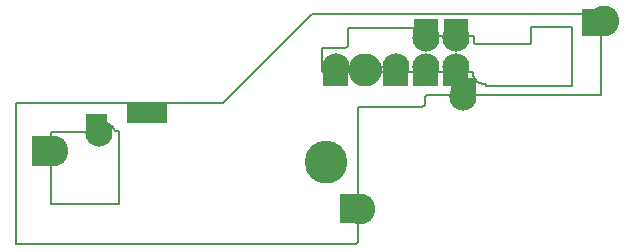
<source format=gts>
G75*
%MOIN*%
%OFA0B0*%
%FSLAX25Y25*%
%IPPOS*%
%LPD*%
%AMOC8*
5,1,8,0,0,1.08239X$1,22.5*
%
%ADD10C,0.00500*%
%ADD11C,0.00000*%
%ADD12C,0.14186*%
%ADD13C,0.11036*%
%ADD14R,0.07098X0.07098*%
%ADD15R,0.05918X0.05918*%
%ADD16C,0.10249*%
%ADD17C,0.09068*%
D10*
X0042959Y0002747D02*
X0042959Y0049692D01*
X0112113Y0049692D01*
X0141821Y0079399D01*
X0237843Y0079399D01*
X0237843Y0052623D01*
X0180234Y0052623D01*
X0180178Y0052621D01*
X0180123Y0052615D01*
X0180068Y0052605D01*
X0180013Y0052591D01*
X0179960Y0052574D01*
X0179909Y0052552D01*
X0179859Y0052527D01*
X0179811Y0052499D01*
X0179765Y0052467D01*
X0179721Y0052432D01*
X0179680Y0052394D01*
X0179642Y0052353D01*
X0179607Y0052309D01*
X0179575Y0052263D01*
X0179547Y0052215D01*
X0179522Y0052165D01*
X0179500Y0052114D01*
X0179483Y0052061D01*
X0179469Y0052006D01*
X0179459Y0051951D01*
X0179453Y0051896D01*
X0179451Y0051840D01*
X0179451Y0049948D01*
X0179449Y0049878D01*
X0179443Y0049809D01*
X0179434Y0049739D01*
X0179421Y0049671D01*
X0179404Y0049603D01*
X0179383Y0049536D01*
X0179359Y0049471D01*
X0179332Y0049406D01*
X0179301Y0049344D01*
X0179266Y0049283D01*
X0179229Y0049224D01*
X0179188Y0049167D01*
X0179144Y0049113D01*
X0179098Y0049061D01*
X0179048Y0049011D01*
X0178996Y0048965D01*
X0178942Y0048921D01*
X0178885Y0048880D01*
X0178826Y0048843D01*
X0178765Y0048808D01*
X0178703Y0048777D01*
X0178638Y0048750D01*
X0178573Y0048726D01*
X0178506Y0048705D01*
X0178438Y0048688D01*
X0178370Y0048675D01*
X0178300Y0048666D01*
X0178231Y0048660D01*
X0178161Y0048658D01*
X0157132Y0048658D01*
X0157132Y0004322D01*
X0157130Y0004245D01*
X0157124Y0004168D01*
X0157115Y0004091D01*
X0157102Y0004015D01*
X0157085Y0003939D01*
X0157064Y0003865D01*
X0157040Y0003791D01*
X0157012Y0003719D01*
X0156981Y0003649D01*
X0156946Y0003580D01*
X0156908Y0003512D01*
X0156867Y0003447D01*
X0156822Y0003384D01*
X0156774Y0003323D01*
X0156724Y0003264D01*
X0156671Y0003208D01*
X0156615Y0003155D01*
X0156556Y0003105D01*
X0156495Y0003057D01*
X0156432Y0003012D01*
X0156367Y0002971D01*
X0156299Y0002933D01*
X0156230Y0002898D01*
X0156160Y0002867D01*
X0156088Y0002839D01*
X0156014Y0002815D01*
X0155940Y0002794D01*
X0155864Y0002777D01*
X0155788Y0002764D01*
X0155711Y0002755D01*
X0155634Y0002749D01*
X0155557Y0002747D01*
X0042959Y0002747D01*
X0054770Y0016330D02*
X0054770Y0040240D01*
X0067642Y0040240D01*
X0068062Y0040500D01*
X0068362Y0040959D01*
X0068661Y0041339D01*
X0068921Y0041599D01*
X0069221Y0041899D01*
X0069521Y0042098D01*
X0069902Y0042327D01*
X0070213Y0042506D01*
X0070642Y0042737D01*
X0070981Y0042908D01*
X0071280Y0043049D01*
X0071689Y0043178D01*
X0071999Y0043198D01*
X0072359Y0043178D01*
X0072619Y0043138D01*
X0072859Y0043078D01*
X0073198Y0042978D01*
X0073618Y0042818D01*
X0073938Y0042718D01*
X0074298Y0042538D01*
X0074638Y0042298D01*
X0074917Y0042038D01*
X0075217Y0041759D01*
X0075397Y0041479D01*
X0075517Y0041339D01*
X0075717Y0040999D01*
X0076029Y0040542D01*
X0077211Y0040542D01*
X0077211Y0016330D01*
X0054770Y0016330D01*
X0145604Y0060222D02*
X0194639Y0060222D01*
X0194642Y0060225D01*
X0194940Y0060224D01*
X0195191Y0060220D01*
X0195193Y0060094D01*
X0195199Y0059969D01*
X0195209Y0059843D01*
X0195223Y0059719D01*
X0195240Y0059594D01*
X0195262Y0059470D01*
X0195287Y0059347D01*
X0195317Y0059225D01*
X0195350Y0059104D01*
X0195387Y0058984D01*
X0195428Y0058865D01*
X0195472Y0058747D01*
X0195520Y0058631D01*
X0195572Y0058516D01*
X0195627Y0058404D01*
X0195686Y0058293D01*
X0195748Y0058183D01*
X0195814Y0058076D01*
X0195883Y0057971D01*
X0195955Y0057868D01*
X0196031Y0057768D01*
X0196109Y0057670D01*
X0196191Y0057574D01*
X0196275Y0057481D01*
X0196363Y0057391D01*
X0196453Y0057303D01*
X0196546Y0057219D01*
X0196642Y0057137D01*
X0196740Y0057059D01*
X0196840Y0056983D01*
X0196943Y0056911D01*
X0197048Y0056842D01*
X0197155Y0056776D01*
X0197265Y0056714D01*
X0197376Y0056655D01*
X0197488Y0056600D01*
X0197603Y0056548D01*
X0197719Y0056500D01*
X0197837Y0056456D01*
X0197956Y0056415D01*
X0198076Y0056378D01*
X0198197Y0056345D01*
X0198319Y0056315D01*
X0198442Y0056290D01*
X0198566Y0056268D01*
X0198691Y0056251D01*
X0198815Y0056237D01*
X0198941Y0056227D01*
X0199066Y0056221D01*
X0199192Y0056219D01*
X0199712Y0056219D01*
X0199712Y0055420D01*
X0227793Y0055420D01*
X0227845Y0055422D01*
X0227897Y0055428D01*
X0227948Y0055437D01*
X0227998Y0055451D01*
X0228047Y0055468D01*
X0228095Y0055489D01*
X0228141Y0055513D01*
X0228185Y0055541D01*
X0228226Y0055572D01*
X0228266Y0055606D01*
X0228302Y0055642D01*
X0228336Y0055682D01*
X0228367Y0055723D01*
X0228395Y0055768D01*
X0228419Y0055813D01*
X0228440Y0055861D01*
X0228457Y0055910D01*
X0228471Y0055960D01*
X0228480Y0056011D01*
X0228486Y0056063D01*
X0228488Y0056115D01*
X0228489Y0056115D02*
X0228489Y0075053D01*
X0228342Y0075053D01*
X0214668Y0075053D01*
X0214668Y0070491D01*
X0214666Y0070425D01*
X0214660Y0070360D01*
X0214651Y0070295D01*
X0214638Y0070231D01*
X0214621Y0070168D01*
X0214600Y0070106D01*
X0214576Y0070045D01*
X0214548Y0069985D01*
X0214517Y0069928D01*
X0214483Y0069872D01*
X0214445Y0069818D01*
X0214404Y0069767D01*
X0214361Y0069718D01*
X0214314Y0069671D01*
X0214265Y0069628D01*
X0214214Y0069587D01*
X0214160Y0069549D01*
X0214105Y0069515D01*
X0214047Y0069484D01*
X0213987Y0069456D01*
X0213926Y0069432D01*
X0213864Y0069411D01*
X0213801Y0069394D01*
X0213737Y0069381D01*
X0213672Y0069372D01*
X0213607Y0069366D01*
X0213541Y0069364D01*
X0196794Y0069364D01*
X0196731Y0069366D01*
X0196669Y0069371D01*
X0196607Y0069380D01*
X0196546Y0069393D01*
X0196485Y0069409D01*
X0196426Y0069429D01*
X0196367Y0069452D01*
X0196311Y0069479D01*
X0196256Y0069508D01*
X0196202Y0069541D01*
X0196151Y0069577D01*
X0196102Y0069616D01*
X0196055Y0069658D01*
X0196011Y0069702D01*
X0195969Y0069749D01*
X0195930Y0069798D01*
X0195894Y0069849D01*
X0195861Y0069903D01*
X0195832Y0069958D01*
X0195805Y0070014D01*
X0195782Y0070073D01*
X0195762Y0070132D01*
X0195746Y0070193D01*
X0195733Y0070254D01*
X0195724Y0070316D01*
X0195719Y0070378D01*
X0195717Y0070441D01*
X0195717Y0071468D01*
X0195715Y0071522D01*
X0195709Y0071577D01*
X0195700Y0071630D01*
X0195686Y0071683D01*
X0195669Y0071735D01*
X0195648Y0071785D01*
X0195624Y0071834D01*
X0195596Y0071881D01*
X0195565Y0071925D01*
X0195531Y0071968D01*
X0195494Y0072008D01*
X0195454Y0072045D01*
X0195411Y0072079D01*
X0195367Y0072110D01*
X0195320Y0072138D01*
X0195271Y0072162D01*
X0195221Y0072183D01*
X0195169Y0072200D01*
X0195116Y0072214D01*
X0195063Y0072223D01*
X0195008Y0072229D01*
X0194954Y0072231D01*
X0175727Y0072231D01*
X0175727Y0074918D01*
X0153779Y0074918D01*
X0153779Y0069576D01*
X0153777Y0069506D01*
X0153771Y0069436D01*
X0153762Y0069366D01*
X0153749Y0069298D01*
X0153732Y0069230D01*
X0153711Y0069163D01*
X0153687Y0069097D01*
X0153659Y0069032D01*
X0153628Y0068969D01*
X0153594Y0068908D01*
X0153556Y0068849D01*
X0153515Y0068792D01*
X0153471Y0068738D01*
X0153424Y0068685D01*
X0153375Y0068636D01*
X0153322Y0068589D01*
X0153268Y0068545D01*
X0153211Y0068504D01*
X0153152Y0068466D01*
X0153091Y0068432D01*
X0153028Y0068401D01*
X0152963Y0068373D01*
X0152897Y0068349D01*
X0152830Y0068328D01*
X0152762Y0068311D01*
X0152694Y0068298D01*
X0152624Y0068289D01*
X0152554Y0068283D01*
X0152484Y0068281D01*
X0144856Y0068281D01*
X0144856Y0060971D01*
X0144858Y0060918D01*
X0144864Y0060865D01*
X0144873Y0060812D01*
X0144886Y0060760D01*
X0144903Y0060710D01*
X0144924Y0060660D01*
X0144947Y0060613D01*
X0144975Y0060567D01*
X0145005Y0060523D01*
X0145039Y0060481D01*
X0145075Y0060442D01*
X0145114Y0060406D01*
X0145156Y0060372D01*
X0145200Y0060342D01*
X0145246Y0060314D01*
X0145293Y0060291D01*
X0145343Y0060270D01*
X0145393Y0060253D01*
X0145445Y0060240D01*
X0145498Y0060231D01*
X0145551Y0060225D01*
X0145604Y0060223D01*
D11*
X0154387Y0060986D02*
X0154389Y0061129D01*
X0154395Y0061272D01*
X0154405Y0061414D01*
X0154419Y0061556D01*
X0154437Y0061698D01*
X0154459Y0061840D01*
X0154484Y0061980D01*
X0154514Y0062120D01*
X0154548Y0062259D01*
X0154585Y0062397D01*
X0154627Y0062534D01*
X0154672Y0062669D01*
X0154721Y0062803D01*
X0154773Y0062936D01*
X0154829Y0063068D01*
X0154889Y0063197D01*
X0154953Y0063325D01*
X0155020Y0063452D01*
X0155091Y0063576D01*
X0155165Y0063698D01*
X0155242Y0063818D01*
X0155323Y0063936D01*
X0155407Y0064052D01*
X0155494Y0064165D01*
X0155584Y0064276D01*
X0155678Y0064384D01*
X0155774Y0064490D01*
X0155873Y0064592D01*
X0155976Y0064692D01*
X0156080Y0064789D01*
X0156188Y0064884D01*
X0156298Y0064975D01*
X0156411Y0065063D01*
X0156526Y0065147D01*
X0156643Y0065229D01*
X0156763Y0065307D01*
X0156884Y0065382D01*
X0157008Y0065454D01*
X0157134Y0065522D01*
X0157261Y0065586D01*
X0157391Y0065647D01*
X0157522Y0065704D01*
X0157654Y0065758D01*
X0157788Y0065807D01*
X0157923Y0065854D01*
X0158060Y0065896D01*
X0158198Y0065934D01*
X0158336Y0065969D01*
X0158476Y0065999D01*
X0158616Y0066026D01*
X0158757Y0066049D01*
X0158899Y0066068D01*
X0159041Y0066083D01*
X0159184Y0066094D01*
X0159326Y0066101D01*
X0159469Y0066104D01*
X0159612Y0066103D01*
X0159755Y0066098D01*
X0159898Y0066089D01*
X0160040Y0066076D01*
X0160182Y0066059D01*
X0160323Y0066038D01*
X0160464Y0066013D01*
X0160604Y0065985D01*
X0160743Y0065952D01*
X0160881Y0065915D01*
X0161018Y0065875D01*
X0161154Y0065831D01*
X0161289Y0065783D01*
X0161422Y0065731D01*
X0161554Y0065676D01*
X0161684Y0065617D01*
X0161813Y0065554D01*
X0161939Y0065488D01*
X0162064Y0065418D01*
X0162187Y0065345D01*
X0162307Y0065269D01*
X0162426Y0065189D01*
X0162542Y0065105D01*
X0162656Y0065019D01*
X0162767Y0064929D01*
X0162876Y0064837D01*
X0162982Y0064741D01*
X0163086Y0064643D01*
X0163187Y0064541D01*
X0163284Y0064437D01*
X0163379Y0064330D01*
X0163471Y0064221D01*
X0163560Y0064109D01*
X0163646Y0063994D01*
X0163728Y0063878D01*
X0163807Y0063758D01*
X0163883Y0063637D01*
X0163955Y0063514D01*
X0164024Y0063389D01*
X0164089Y0063262D01*
X0164151Y0063133D01*
X0164209Y0063002D01*
X0164264Y0062870D01*
X0164314Y0062736D01*
X0164361Y0062601D01*
X0164405Y0062465D01*
X0164444Y0062328D01*
X0164479Y0062189D01*
X0164511Y0062050D01*
X0164539Y0061910D01*
X0164563Y0061769D01*
X0164583Y0061627D01*
X0164599Y0061485D01*
X0164611Y0061343D01*
X0164619Y0061200D01*
X0164623Y0061057D01*
X0164623Y0060915D01*
X0164619Y0060772D01*
X0164611Y0060629D01*
X0164599Y0060487D01*
X0164583Y0060345D01*
X0164563Y0060203D01*
X0164539Y0060062D01*
X0164511Y0059922D01*
X0164479Y0059783D01*
X0164444Y0059644D01*
X0164405Y0059507D01*
X0164361Y0059371D01*
X0164314Y0059236D01*
X0164264Y0059102D01*
X0164209Y0058970D01*
X0164151Y0058839D01*
X0164089Y0058710D01*
X0164024Y0058583D01*
X0163955Y0058458D01*
X0163883Y0058335D01*
X0163807Y0058214D01*
X0163728Y0058094D01*
X0163646Y0057978D01*
X0163560Y0057863D01*
X0163471Y0057751D01*
X0163379Y0057642D01*
X0163284Y0057535D01*
X0163187Y0057431D01*
X0163086Y0057329D01*
X0162982Y0057231D01*
X0162876Y0057135D01*
X0162767Y0057043D01*
X0162656Y0056953D01*
X0162542Y0056867D01*
X0162426Y0056783D01*
X0162307Y0056703D01*
X0162187Y0056627D01*
X0162064Y0056554D01*
X0161939Y0056484D01*
X0161813Y0056418D01*
X0161684Y0056355D01*
X0161554Y0056296D01*
X0161422Y0056241D01*
X0161289Y0056189D01*
X0161154Y0056141D01*
X0161018Y0056097D01*
X0160881Y0056057D01*
X0160743Y0056020D01*
X0160604Y0055987D01*
X0160464Y0055959D01*
X0160323Y0055934D01*
X0160182Y0055913D01*
X0160040Y0055896D01*
X0159898Y0055883D01*
X0159755Y0055874D01*
X0159612Y0055869D01*
X0159469Y0055868D01*
X0159326Y0055871D01*
X0159184Y0055878D01*
X0159041Y0055889D01*
X0158899Y0055904D01*
X0158757Y0055923D01*
X0158616Y0055946D01*
X0158476Y0055973D01*
X0158336Y0056003D01*
X0158198Y0056038D01*
X0158060Y0056076D01*
X0157923Y0056118D01*
X0157788Y0056165D01*
X0157654Y0056214D01*
X0157522Y0056268D01*
X0157391Y0056325D01*
X0157261Y0056386D01*
X0157134Y0056450D01*
X0157008Y0056518D01*
X0156884Y0056590D01*
X0156763Y0056665D01*
X0156643Y0056743D01*
X0156526Y0056825D01*
X0156411Y0056909D01*
X0156298Y0056997D01*
X0156188Y0057088D01*
X0156080Y0057183D01*
X0155976Y0057280D01*
X0155873Y0057380D01*
X0155774Y0057482D01*
X0155678Y0057588D01*
X0155584Y0057696D01*
X0155494Y0057807D01*
X0155407Y0057920D01*
X0155323Y0058036D01*
X0155242Y0058154D01*
X0155165Y0058274D01*
X0155091Y0058396D01*
X0155020Y0058520D01*
X0154953Y0058647D01*
X0154889Y0058775D01*
X0154829Y0058904D01*
X0154773Y0059036D01*
X0154721Y0059169D01*
X0154672Y0059303D01*
X0154627Y0059438D01*
X0154585Y0059575D01*
X0154548Y0059713D01*
X0154514Y0059852D01*
X0154484Y0059992D01*
X0154459Y0060132D01*
X0154437Y0060274D01*
X0154419Y0060416D01*
X0154405Y0060558D01*
X0154395Y0060700D01*
X0154389Y0060843D01*
X0154387Y0060986D01*
X0139560Y0030027D02*
X0139562Y0030191D01*
X0139568Y0030355D01*
X0139578Y0030519D01*
X0139592Y0030683D01*
X0139610Y0030846D01*
X0139632Y0031009D01*
X0139659Y0031171D01*
X0139689Y0031333D01*
X0139723Y0031493D01*
X0139761Y0031653D01*
X0139802Y0031812D01*
X0139848Y0031970D01*
X0139898Y0032126D01*
X0139951Y0032282D01*
X0140008Y0032436D01*
X0140069Y0032588D01*
X0140134Y0032739D01*
X0140203Y0032889D01*
X0140275Y0033036D01*
X0140350Y0033182D01*
X0140430Y0033326D01*
X0140512Y0033468D01*
X0140598Y0033608D01*
X0140688Y0033745D01*
X0140781Y0033881D01*
X0140877Y0034014D01*
X0140977Y0034145D01*
X0141079Y0034273D01*
X0141185Y0034399D01*
X0141294Y0034522D01*
X0141406Y0034642D01*
X0141520Y0034760D01*
X0141638Y0034874D01*
X0141758Y0034986D01*
X0141881Y0035095D01*
X0142007Y0035201D01*
X0142135Y0035303D01*
X0142266Y0035403D01*
X0142399Y0035499D01*
X0142535Y0035592D01*
X0142672Y0035682D01*
X0142812Y0035768D01*
X0142954Y0035850D01*
X0143098Y0035930D01*
X0143244Y0036005D01*
X0143391Y0036077D01*
X0143541Y0036146D01*
X0143692Y0036211D01*
X0143844Y0036272D01*
X0143998Y0036329D01*
X0144154Y0036382D01*
X0144310Y0036432D01*
X0144468Y0036478D01*
X0144627Y0036519D01*
X0144787Y0036557D01*
X0144947Y0036591D01*
X0145109Y0036621D01*
X0145271Y0036648D01*
X0145434Y0036670D01*
X0145597Y0036688D01*
X0145761Y0036702D01*
X0145925Y0036712D01*
X0146089Y0036718D01*
X0146253Y0036720D01*
X0146417Y0036718D01*
X0146581Y0036712D01*
X0146745Y0036702D01*
X0146909Y0036688D01*
X0147072Y0036670D01*
X0147235Y0036648D01*
X0147397Y0036621D01*
X0147559Y0036591D01*
X0147719Y0036557D01*
X0147879Y0036519D01*
X0148038Y0036478D01*
X0148196Y0036432D01*
X0148352Y0036382D01*
X0148508Y0036329D01*
X0148662Y0036272D01*
X0148814Y0036211D01*
X0148965Y0036146D01*
X0149115Y0036077D01*
X0149262Y0036005D01*
X0149408Y0035930D01*
X0149552Y0035850D01*
X0149694Y0035768D01*
X0149834Y0035682D01*
X0149971Y0035592D01*
X0150107Y0035499D01*
X0150240Y0035403D01*
X0150371Y0035303D01*
X0150499Y0035201D01*
X0150625Y0035095D01*
X0150748Y0034986D01*
X0150868Y0034874D01*
X0150986Y0034760D01*
X0151100Y0034642D01*
X0151212Y0034522D01*
X0151321Y0034399D01*
X0151427Y0034273D01*
X0151529Y0034145D01*
X0151629Y0034014D01*
X0151725Y0033881D01*
X0151818Y0033745D01*
X0151908Y0033608D01*
X0151994Y0033468D01*
X0152076Y0033326D01*
X0152156Y0033182D01*
X0152231Y0033036D01*
X0152303Y0032889D01*
X0152372Y0032739D01*
X0152437Y0032588D01*
X0152498Y0032436D01*
X0152555Y0032282D01*
X0152608Y0032126D01*
X0152658Y0031970D01*
X0152704Y0031812D01*
X0152745Y0031653D01*
X0152783Y0031493D01*
X0152817Y0031333D01*
X0152847Y0031171D01*
X0152874Y0031009D01*
X0152896Y0030846D01*
X0152914Y0030683D01*
X0152928Y0030519D01*
X0152938Y0030355D01*
X0152944Y0030191D01*
X0152946Y0030027D01*
X0152944Y0029863D01*
X0152938Y0029699D01*
X0152928Y0029535D01*
X0152914Y0029371D01*
X0152896Y0029208D01*
X0152874Y0029045D01*
X0152847Y0028883D01*
X0152817Y0028721D01*
X0152783Y0028561D01*
X0152745Y0028401D01*
X0152704Y0028242D01*
X0152658Y0028084D01*
X0152608Y0027928D01*
X0152555Y0027772D01*
X0152498Y0027618D01*
X0152437Y0027466D01*
X0152372Y0027315D01*
X0152303Y0027165D01*
X0152231Y0027018D01*
X0152156Y0026872D01*
X0152076Y0026728D01*
X0151994Y0026586D01*
X0151908Y0026446D01*
X0151818Y0026309D01*
X0151725Y0026173D01*
X0151629Y0026040D01*
X0151529Y0025909D01*
X0151427Y0025781D01*
X0151321Y0025655D01*
X0151212Y0025532D01*
X0151100Y0025412D01*
X0150986Y0025294D01*
X0150868Y0025180D01*
X0150748Y0025068D01*
X0150625Y0024959D01*
X0150499Y0024853D01*
X0150371Y0024751D01*
X0150240Y0024651D01*
X0150107Y0024555D01*
X0149971Y0024462D01*
X0149834Y0024372D01*
X0149694Y0024286D01*
X0149552Y0024204D01*
X0149408Y0024124D01*
X0149262Y0024049D01*
X0149115Y0023977D01*
X0148965Y0023908D01*
X0148814Y0023843D01*
X0148662Y0023782D01*
X0148508Y0023725D01*
X0148352Y0023672D01*
X0148196Y0023622D01*
X0148038Y0023576D01*
X0147879Y0023535D01*
X0147719Y0023497D01*
X0147559Y0023463D01*
X0147397Y0023433D01*
X0147235Y0023406D01*
X0147072Y0023384D01*
X0146909Y0023366D01*
X0146745Y0023352D01*
X0146581Y0023342D01*
X0146417Y0023336D01*
X0146253Y0023334D01*
X0146089Y0023336D01*
X0145925Y0023342D01*
X0145761Y0023352D01*
X0145597Y0023366D01*
X0145434Y0023384D01*
X0145271Y0023406D01*
X0145109Y0023433D01*
X0144947Y0023463D01*
X0144787Y0023497D01*
X0144627Y0023535D01*
X0144468Y0023576D01*
X0144310Y0023622D01*
X0144154Y0023672D01*
X0143998Y0023725D01*
X0143844Y0023782D01*
X0143692Y0023843D01*
X0143541Y0023908D01*
X0143391Y0023977D01*
X0143244Y0024049D01*
X0143098Y0024124D01*
X0142954Y0024204D01*
X0142812Y0024286D01*
X0142672Y0024372D01*
X0142535Y0024462D01*
X0142399Y0024555D01*
X0142266Y0024651D01*
X0142135Y0024751D01*
X0142007Y0024853D01*
X0141881Y0024959D01*
X0141758Y0025068D01*
X0141638Y0025180D01*
X0141520Y0025294D01*
X0141406Y0025412D01*
X0141294Y0025532D01*
X0141185Y0025655D01*
X0141079Y0025781D01*
X0140977Y0025909D01*
X0140877Y0026040D01*
X0140781Y0026173D01*
X0140688Y0026309D01*
X0140598Y0026446D01*
X0140512Y0026586D01*
X0140430Y0026728D01*
X0140350Y0026872D01*
X0140275Y0027018D01*
X0140203Y0027165D01*
X0140134Y0027315D01*
X0140069Y0027466D01*
X0140008Y0027618D01*
X0139951Y0027772D01*
X0139898Y0027928D01*
X0139848Y0028084D01*
X0139802Y0028242D01*
X0139761Y0028401D01*
X0139723Y0028561D01*
X0139689Y0028721D01*
X0139659Y0028883D01*
X0139632Y0029045D01*
X0139610Y0029208D01*
X0139592Y0029371D01*
X0139578Y0029535D01*
X0139568Y0029699D01*
X0139562Y0029863D01*
X0139560Y0030027D01*
D12*
X0146253Y0030027D03*
D13*
X0159505Y0060986D03*
D14*
X0168814Y0058991D03*
X0170274Y0058991D03*
X0178718Y0058991D03*
X0180178Y0058991D03*
X0188826Y0058991D03*
X0190286Y0058991D03*
X0191431Y0054780D03*
X0192890Y0054780D03*
X0150195Y0058991D03*
X0148735Y0058991D03*
X0178954Y0074517D03*
X0180414Y0074517D03*
X0188993Y0074517D03*
X0190453Y0074517D03*
X0235100Y0075619D03*
X0235100Y0077730D03*
X0089983Y0046448D03*
X0087030Y0046448D03*
X0083487Y0046448D03*
X0051801Y0035407D03*
X0051801Y0032262D03*
X0154365Y0016179D03*
X0154365Y0013000D03*
D15*
X0070485Y0043018D03*
X0069894Y0043018D03*
X0069304Y0043018D03*
X0069196Y0043018D03*
X0069304Y0042428D03*
D16*
X0055362Y0033832D03*
X0157679Y0014577D03*
X0238877Y0077213D03*
D17*
X0189656Y0071435D03*
X0179616Y0071435D03*
X0179517Y0061816D03*
X0169613Y0061816D03*
X0189625Y0061816D03*
X0192092Y0051955D03*
X0149534Y0061816D03*
X0070741Y0039818D03*
M02*

</source>
